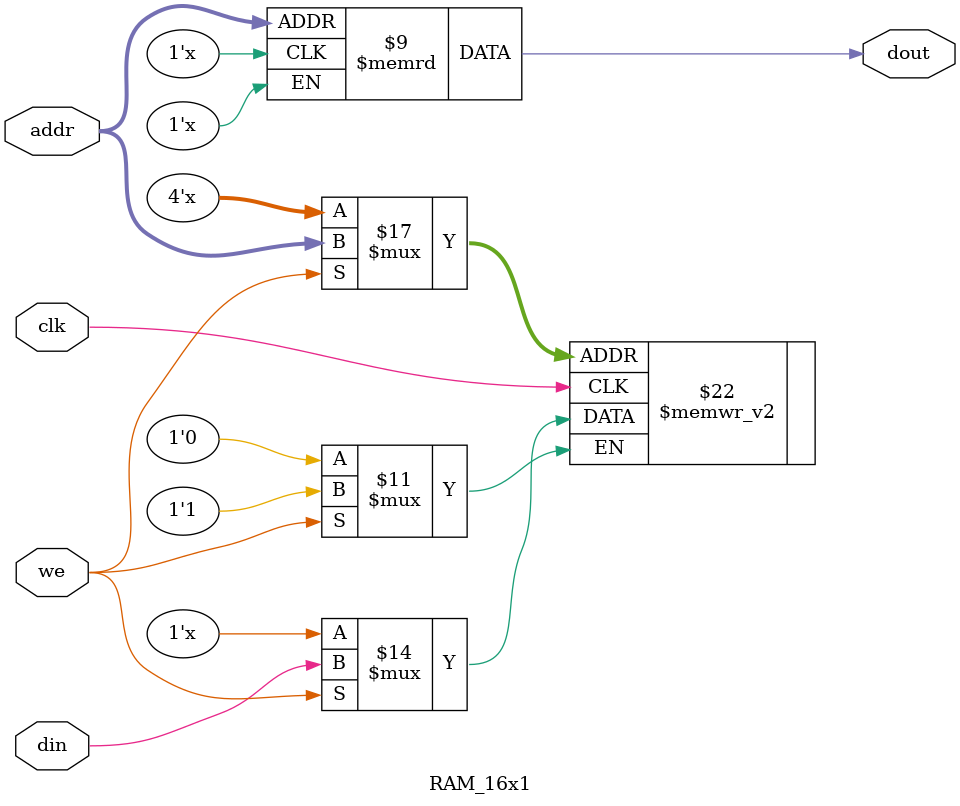
<source format=v>
module RAM_16x1 (
input wire clk, // Clock
input wire we, // Sinal de escrita
input wire [3:0] addr, // Endereço
input wire din, // Dado de entrada
output wire dout // Dado de saída
);


reg mem [15:0];
always @(posedge clk) begin
if (we)
mem[addr] <= din;
end
assign dout = mem[addr];

endmodule
</source>
